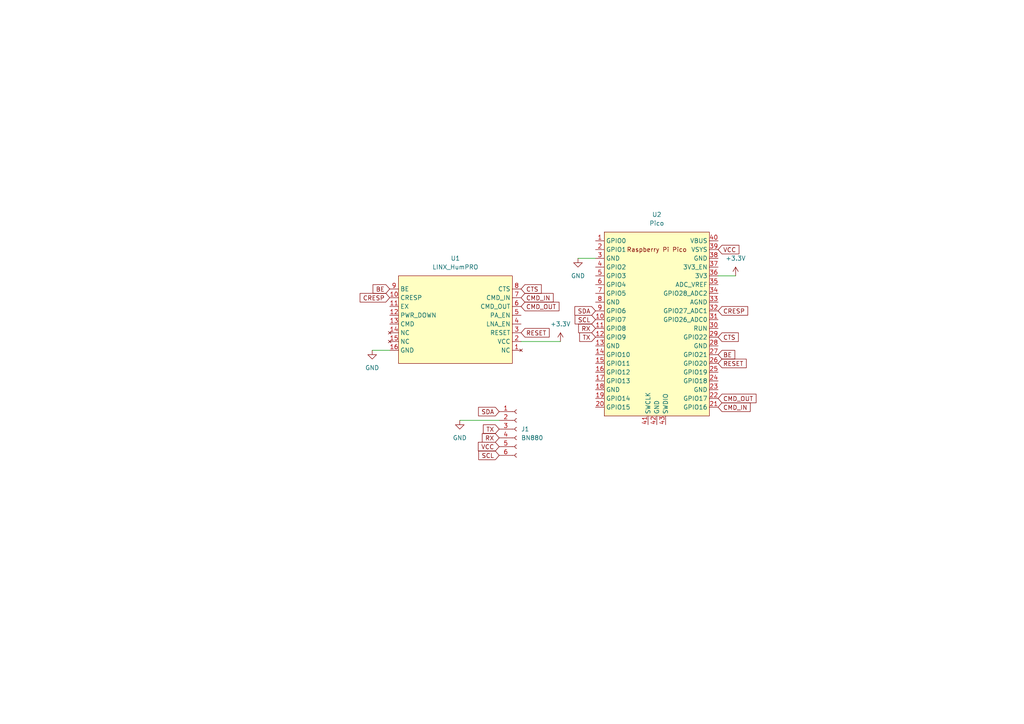
<source format=kicad_sch>
(kicad_sch (version 20211123) (generator eeschema)
  (paper "A4")
  (lib_symbols
    (symbol "Connector:Conn_01x06_Female" (pin_names (offset 1.016) hide)
      (property "Reference" "J" (at 0 7.62 0))
      (property "Value" "Conn_01x06_Female" (at 0 -10.16 0))
      (symbol "Conn_01x06_Female_1_1"
        (arc (start 0 -7.112) (mid -0.508 -7.62) (end 0 -8.128) (stroke (width 0.1524)))
        (arc (start 0 -4.572) (mid -0.508 -5.08) (end 0 -5.588) (stroke (width 0.1524)))
        (arc (start 0 -2.032) (mid -0.508 -2.54) (end 0 -3.048) (stroke (width 0.1524)))
        (polyline (pts (xy -1.27 -7.62) (xy -0.508 -7.62)) (stroke (width 0.1524)))
        (polyline (pts (xy -1.27 -5.08) (xy -0.508 -5.08)) (stroke (width 0.1524)))
        (polyline (pts (xy -1.27 -2.54) (xy -0.508 -2.54)) (stroke (width 0.1524)))
        (polyline (pts (xy -1.27 0) (xy -0.508 0)) (stroke (width 0.1524)))
        (polyline (pts (xy -1.27 2.54) (xy -0.508 2.54)) (stroke (width 0.1524)))
        (polyline (pts (xy -1.27 5.08) (xy -0.508 5.08)) (stroke (width 0.1524)))
        (arc (start 0 0.508) (mid -0.508 0) (end 0 -0.508) (stroke (width 0.1524)))
        (arc (start 0 3.048) (mid -0.508 2.54) (end 0 2.032) (stroke (width 0.1524)))
        (arc (start 0 5.588) (mid -0.508 5.08) (end 0 4.572) (stroke (width 0.1524)))
        (pin passive line (at -5.08 5.08 0) (length 3.81) (name "Pin_1") (number "1"))
        (pin passive line (at -5.08 2.54 0) (length 3.81) (name "Pin_2") (number "2"))
        (pin passive line (at -5.08 0 0) (length 3.81) (name "Pin_3") (number "3"))
        (pin passive line (at -5.08 -2.54 0) (length 3.81) (name "Pin_4") (number "4"))
        (pin passive line (at -5.08 -5.08 0) (length 3.81) (name "Pin_5") (number "5"))
        (pin passive line (at -5.08 -7.62 0) (length 3.81) (name "Pin_6") (number "6"))
      )
    )
    (symbol "MCU_RaspberryPi_and_Boards:Pico"
      (property "Reference" "U" (at -13.97 27.94 0))
      (property "Value" "Pico" (at 0 19.05 0))
      (symbol "Pico_0_0"
        (text "Raspberry Pi Pico" (at 0 21.59 0) (effects (font (size 1.27 1.27))))
      )
      (symbol "Pico_0_1"
        (rectangle (start -15.24 26.67) (end 15.24 -26.67) (fill (type background)))
      )
      (symbol "Pico_1_1"
        (pin bidirectional line (at -17.78 24.13 0) (length 2.54) (name "GPIO0") (number "1"))
        (pin bidirectional line (at -17.78 1.27 0) (length 2.54) (name "GPIO7") (number "10"))
        (pin bidirectional line (at -17.78 -1.27 0) (length 2.54) (name "GPIO8") (number "11"))
        (pin bidirectional line (at -17.78 -3.81 0) (length 2.54) (name "GPIO9") (number "12"))
        (pin power_in line (at -17.78 -6.35 0) (length 2.54) (name "GND") (number "13"))
        (pin bidirectional line (at -17.78 -8.89 0) (length 2.54) (name "GPIO10") (number "14"))
        (pin bidirectional line (at -17.78 -11.43 0) (length 2.54) (name "GPIO11") (number "15"))
        (pin bidirectional line (at -17.78 -13.97 0) (length 2.54) (name "GPIO12") (number "16"))
        (pin bidirectional line (at -17.78 -16.51 0) (length 2.54) (name "GPIO13") (number "17"))
        (pin power_in line (at -17.78 -19.05 0) (length 2.54) (name "GND") (number "18"))
        (pin bidirectional line (at -17.78 -21.59 0) (length 2.54) (name "GPIO14") (number "19"))
        (pin bidirectional line (at -17.78 21.59 0) (length 2.54) (name "GPIO1") (number "2"))
        (pin bidirectional line (at -17.78 -24.13 0) (length 2.54) (name "GPIO15") (number "20"))
        (pin bidirectional line (at 17.78 -24.13 180) (length 2.54) (name "GPIO16") (number "21"))
        (pin bidirectional line (at 17.78 -21.59 180) (length 2.54) (name "GPIO17") (number "22"))
        (pin power_in line (at 17.78 -19.05 180) (length 2.54) (name "GND") (number "23"))
        (pin bidirectional line (at 17.78 -16.51 180) (length 2.54) (name "GPIO18") (number "24"))
        (pin bidirectional line (at 17.78 -13.97 180) (length 2.54) (name "GPIO19") (number "25"))
        (pin bidirectional line (at 17.78 -11.43 180) (length 2.54) (name "GPIO20") (number "26"))
        (pin bidirectional line (at 17.78 -8.89 180) (length 2.54) (name "GPIO21") (number "27"))
        (pin power_in line (at 17.78 -6.35 180) (length 2.54) (name "GND") (number "28"))
        (pin bidirectional line (at 17.78 -3.81 180) (length 2.54) (name "GPIO22") (number "29"))
        (pin power_in line (at -17.78 19.05 0) (length 2.54) (name "GND") (number "3"))
        (pin input line (at 17.78 -1.27 180) (length 2.54) (name "RUN") (number "30"))
        (pin bidirectional line (at 17.78 1.27 180) (length 2.54) (name "GPIO26_ADC0") (number "31"))
        (pin bidirectional line (at 17.78 3.81 180) (length 2.54) (name "GPIO27_ADC1") (number "32"))
        (pin power_in line (at 17.78 6.35 180) (length 2.54) (name "AGND") (number "33"))
        (pin bidirectional line (at 17.78 8.89 180) (length 2.54) (name "GPIO28_ADC2") (number "34"))
        (pin power_in line (at 17.78 11.43 180) (length 2.54) (name "ADC_VREF") (number "35"))
        (pin power_in line (at 17.78 13.97 180) (length 2.54) (name "3V3") (number "36"))
        (pin input line (at 17.78 16.51 180) (length 2.54) (name "3V3_EN") (number "37"))
        (pin bidirectional line (at 17.78 19.05 180) (length 2.54) (name "GND") (number "38"))
        (pin power_in line (at 17.78 21.59 180) (length 2.54) (name "VSYS") (number "39"))
        (pin bidirectional line (at -17.78 16.51 0) (length 2.54) (name "GPIO2") (number "4"))
        (pin power_in line (at 17.78 24.13 180) (length 2.54) (name "VBUS") (number "40"))
        (pin input line (at -2.54 -29.21 90) (length 2.54) (name "SWCLK") (number "41"))
        (pin power_in line (at 0 -29.21 90) (length 2.54) (name "GND") (number "42"))
        (pin bidirectional line (at 2.54 -29.21 90) (length 2.54) (name "SWDIO") (number "43"))
        (pin bidirectional line (at -17.78 13.97 0) (length 2.54) (name "GPIO3") (number "5"))
        (pin bidirectional line (at -17.78 11.43 0) (length 2.54) (name "GPIO4") (number "6"))
        (pin bidirectional line (at -17.78 8.89 0) (length 2.54) (name "GPIO5") (number "7"))
        (pin power_in line (at -17.78 6.35 0) (length 2.54) (name "GND") (number "8"))
        (pin bidirectional line (at -17.78 3.81 0) (length 2.54) (name "GPIO6") (number "9"))
      )
    )
    (symbol "custom:LINX_HumPRO"
      (property "Reference" "U" (at 0 0 0))
      (property "Value" "LINX_HumPRO" (at 0 -2.54 0))
      (symbol "LINX_HumPRO_0_1"
        (rectangle (start -17.78 11.43) (end 15.24 -13.97) (fill (type background)))
      )
      (symbol "LINX_HumPRO_1_1"
        (pin no_connect line (at 17.78 -10.16 180) (length 2.54) (name "NC") (number "1"))
        (pin output line (at -20.32 5.08 0) (length 2.54) (name "CRESP") (number "10"))
        (pin input line (at -20.32 2.54 0) (length 2.54) (name "EX") (number "11"))
        (pin input line (at -20.32 0 0) (length 2.54) (name "PWR_DOWN") (number "12"))
        (pin input line (at -20.32 -2.54 0) (length 2.54) (name "CMD") (number "13"))
        (pin no_connect line (at -20.32 -5.08 0) (length 2.54) (name "NC") (number "14"))
        (pin no_connect line (at -20.32 -7.62 0) (length 2.54) (name "NC") (number "15"))
        (pin input line (at -20.32 -10.16 0) (length 2.54) (name "GND") (number "16"))
        (pin input line (at 17.78 -7.62 180) (length 2.54) (name "VCC") (number "2"))
        (pin input line (at 17.78 -5.08 180) (length 2.54) (name "RESET") (number "3"))
        (pin output line (at 17.78 -2.54 180) (length 2.54) (name "LNA_EN") (number "4"))
        (pin output line (at 17.78 0 180) (length 2.54) (name "PA_EN") (number "5"))
        (pin output line (at 17.78 2.54 180) (length 2.54) (name "CMD_OUT") (number "6"))
        (pin input line (at 17.78 5.08 180) (length 2.54) (name "CMD_IN") (number "7"))
        (pin output line (at 17.78 7.62 180) (length 2.54) (name "CTS") (number "8"))
        (pin output line (at -20.32 7.62 0) (length 2.54) (name "BE") (number "9"))
      )
    )
    (symbol "power:+3.3V" (power) (pin_names (offset 0))
      (property "Value" "+3.3V" (at 0 3.556 0))
      (symbol "+3.3V_0_1"
        (polyline (pts (xy -0.762 1.27) (xy 0 2.54)))
        (polyline (pts (xy 0 0) (xy 0 2.54)))
        (polyline (pts (xy 0 2.54) (xy 0.762 1.27)))
      )
      (symbol "+3.3V_1_1"
        (pin power_in line (at 0 0 90) (length 0) hide (name "+3.3V") (number "1"))
      )
    )
    (symbol "power:GND" (power) (pin_names (offset 0))
      (property "Value" "GND" (at 0 -3.81 0))
      (symbol "GND_0_1"
        (polyline (pts (xy 0 0) (xy 0 -1.27) (xy 1.27 -1.27) (xy 0 -2.54) (xy -1.27 -1.27) (xy 0 -1.27)))
      )
      (symbol "GND_1_1"
        (pin power_in line (at 0 0 270) (length 0) hide (name "GND") (number "1"))
      )
    )
  )
  (wire (pts (xy 107.95 101.6) (xy 113.03 101.6)))
  (wire (pts (xy 151.13 99.06) (xy 162.56 99.06)))
  (wire (pts (xy 133.35 121.92) (xy 144.78 121.92)))
  (wire (pts (xy 208.28 80.01) (xy 213.36 80.01)))
  (wire (pts (xy 167.64 74.93) (xy 172.72 74.93)))
  (global_label "CRESP" (shape input) (at 113.03 86.36 180) (property "Intersheet References" "${INTERSHEET_REFS}" (effects hide)))
  (global_label "VCC" (shape input) (at 208.28 72.39 0) (property "Intersheet References" "${INTERSHEET_REFS}" (effects hide)))
  (global_label "SCL" (shape input) (at 172.72 92.71 180) (property "Intersheet References" "${INTERSHEET_REFS}" (effects hide)))
  (global_label "CTS" (shape input) (at 208.28 97.79 0) (property "Intersheet References" "${INTERSHEET_REFS}" (effects hide)))
  (global_label "RX" (shape input) (at 172.72 95.25 180) (property "Intersheet References" "${INTERSHEET_REFS}" (effects hide)))
  (global_label "SDA" (shape input) (at 144.78 119.38 180) (property "Intersheet References" "${INTERSHEET_REFS}" (effects hide)))
  (global_label "TX" (shape input) (at 144.78 124.46 180) (property "Intersheet References" "${INTERSHEET_REFS}" (effects hide)))
  (global_label "RX" (shape input) (at 144.78 127 180) (property "Intersheet References" "${INTERSHEET_REFS}" (effects hide)))
  (global_label "BE" (shape input) (at 113.03 83.82 180) (property "Intersheet References" "${INTERSHEET_REFS}" (effects hide)))
  (global_label "CMD_IN" (shape input) (at 208.28 118.11 0) (property "Intersheet References" "${INTERSHEET_REFS}" (effects hide)))
  (global_label "CMD_OUT" (shape input) (at 208.28 115.57 0) (property "Intersheet References" "${INTERSHEET_REFS}" (effects hide)))
  (global_label "VCC" (shape input) (at 144.78 129.54 180) (property "Intersheet References" "${INTERSHEET_REFS}" (effects hide)))
  (global_label "CRESP" (shape input) (at 208.28 90.17 0) (property "Intersheet References" "${INTERSHEET_REFS}" (effects hide)))
  (global_label "RESET" (shape input) (at 151.13 96.52 0) (property "Intersheet References" "${INTERSHEET_REFS}" (effects hide)))
  (global_label "RESET" (shape input) (at 208.28 105.41 0) (property "Intersheet References" "${INTERSHEET_REFS}" (effects hide)))
  (global_label "CTS" (shape input) (at 151.13 83.82 0) (property "Intersheet References" "${INTERSHEET_REFS}" (effects hide)))
  (global_label "TX" (shape input) (at 172.72 97.79 180) (property "Intersheet References" "${INTERSHEET_REFS}" (effects hide)))
  (global_label "SDA" (shape input) (at 172.72 90.17 180) (property "Intersheet References" "${INTERSHEET_REFS}" (effects hide)))
  (global_label "CMD_OUT" (shape input) (at 151.13 88.9 0) (property "Intersheet References" "${INTERSHEET_REFS}" (effects hide)))
  (global_label "SCL" (shape input) (at 144.78 132.08 180) (property "Intersheet References" "${INTERSHEET_REFS}" (effects hide)))
  (global_label "BE" (shape input) (at 208.28 102.87 0) (property "Intersheet References" "${INTERSHEET_REFS}" (effects hide)))
  (global_label "CMD_IN" (shape input) (at 151.13 86.36 0) (property "Intersheet References" "${INTERSHEET_REFS}" (effects hide)))
  (symbol (lib_id "power:GND") (at 107.95 101.6 0) (unit 1)
    (property "Reference" "#PWR0101" (effects hide))
    (property "Value" "GND" (at 107.95 106.68 0))
  )
  (symbol (lib_id "power:+3.3V") (at 162.56 99.06 0) (unit 1)
    (property "Reference" "#PWR0103" (effects hide))
    (property "Value" "+3.3V" (at 162.56 93.98 0))
  )
  (symbol (lib_id "power:GND") (at 167.64 74.93 0) (unit 1)
    (property "Reference" "#PWR0102" (effects hide))
    (property "Value" "GND" (at 167.64 80.01 0))
  )
  (symbol (lib_id "custom:LINX_HumPRO") (at 133.35 91.44 0) (unit 1)
    (property "Reference" "U1" (at 132.08 74.93 0))
    (property "Value" "LINX_HumPRO" (at 132.08 77.47 0))
    (property "Footprint" "custom:Linx_HumPRO" (effects hide))
  )
  (symbol (lib_id "power:+3.3V") (at 213.36 80.01 0) (unit 1)
    (property "Reference" "#PWR0104" (effects hide))
    (property "Value" "+3.3V" (at 213.36 74.93 0))
  )
  (symbol (lib_id "MCU_RaspberryPi_and_Boards:Pico") (at 190.5 93.98 0) (unit 1)
    (property "Reference" "U2" (at 190.5 62.23 0))
    (property "Value" "Pico" (at 190.5 64.77 0))
    (property "Footprint" "MCU_RaspberryPi_and_Boards:RPi_Pico_SMD_TH" (effects hide))
  )
  (symbol (lib_id "Connector:Conn_01x06_Female") (at 149.86 124.46 0) (unit 1)
    (property "Reference" "J1" (at 151.13 124.4599 0) (effects (justify left)))
    (property "Value" "BN880" (at 151.13 126.9999 0) (effects (justify left)))
    (property "Footprint" "Connector_PinSocket_2.54mm:PinSocket_1x06_P2.54mm_Vertical" (effects hide))
  )
  (symbol (lib_id "power:GND") (at 133.35 121.92 0) (unit 1)
    (property "Reference" "#PWR01" (effects hide))
    (property "Value" "GND" (at 133.35 127 0))
  )
)
</source>
